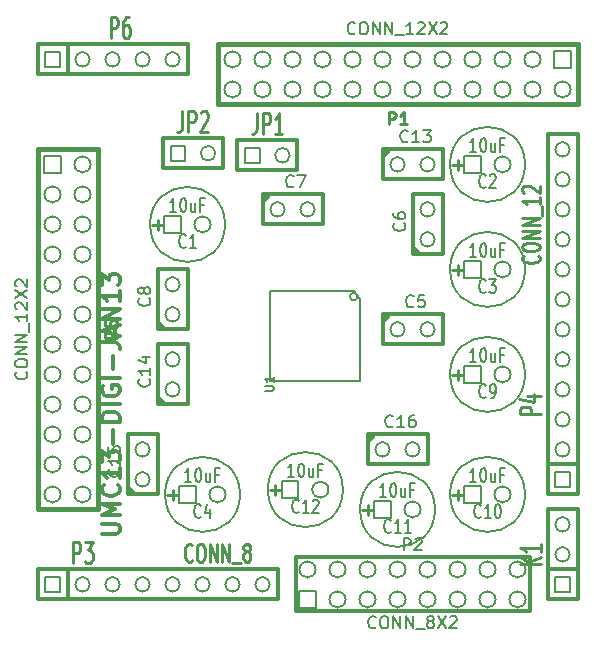
<source format=gto>
G04 (created by PCBNEW (2013-03-31 BZR 4008)-stable) date 6/6/2013 1:10:11 PM*
%MOIN*%
G04 Gerber Fmt 3.4, Leading zero omitted, Abs format*
%FSLAX34Y34*%
G01*
G70*
G90*
G04 APERTURE LIST*
%ADD10C,0.006*%
%ADD11C,0.011811*%
%ADD12C,0.012*%
%ADD13C,0.015*%
%ADD14C,0.005*%
%ADD15C,0.0107*%
%ADD16C,0.01*%
%ADD17C,0.0106*%
%ADD18C,0.008*%
%ADD19C,0.0108*%
%ADD20C,0.01125*%
G04 APERTURE END LIST*
G54D10*
G54D11*
X17648Y-27316D02*
X18126Y-27316D01*
X18182Y-27288D01*
X18210Y-27260D01*
X18239Y-27204D01*
X18239Y-27091D01*
X18210Y-27035D01*
X18182Y-27007D01*
X18126Y-26979D01*
X17648Y-26979D01*
X18239Y-26697D02*
X17648Y-26697D01*
X18070Y-26501D01*
X17648Y-26304D01*
X18239Y-26304D01*
X18182Y-25685D02*
X18210Y-25713D01*
X18239Y-25798D01*
X18239Y-25854D01*
X18210Y-25938D01*
X18154Y-25994D01*
X18098Y-26023D01*
X17985Y-26051D01*
X17901Y-26051D01*
X17789Y-26023D01*
X17732Y-25994D01*
X17676Y-25938D01*
X17648Y-25854D01*
X17648Y-25798D01*
X17676Y-25713D01*
X17704Y-25685D01*
X18239Y-25123D02*
X18239Y-25460D01*
X18239Y-25291D02*
X17648Y-25291D01*
X17732Y-25348D01*
X17789Y-25404D01*
X17817Y-25460D01*
X17648Y-24926D02*
X17648Y-24560D01*
X17873Y-24757D01*
X17873Y-24673D01*
X17901Y-24616D01*
X17929Y-24588D01*
X17985Y-24560D01*
X18126Y-24560D01*
X18182Y-24588D01*
X18210Y-24616D01*
X18239Y-24673D01*
X18239Y-24841D01*
X18210Y-24898D01*
X18182Y-24926D01*
X18014Y-24307D02*
X18014Y-23857D01*
X18239Y-23576D02*
X17648Y-23576D01*
X17648Y-23435D01*
X17676Y-23351D01*
X17732Y-23295D01*
X17789Y-23267D01*
X17901Y-23239D01*
X17985Y-23239D01*
X18098Y-23267D01*
X18154Y-23295D01*
X18210Y-23351D01*
X18239Y-23435D01*
X18239Y-23576D01*
X18239Y-22985D02*
X17648Y-22985D01*
X17676Y-22395D02*
X17648Y-22451D01*
X17648Y-22535D01*
X17676Y-22620D01*
X17732Y-22676D01*
X17789Y-22704D01*
X17901Y-22732D01*
X17985Y-22732D01*
X18098Y-22704D01*
X18154Y-22676D01*
X18210Y-22620D01*
X18239Y-22535D01*
X18239Y-22479D01*
X18210Y-22395D01*
X18182Y-22367D01*
X17985Y-22367D01*
X17985Y-22479D01*
X18239Y-22114D02*
X17648Y-22114D01*
X18014Y-21832D02*
X18014Y-21383D01*
X17648Y-20933D02*
X18070Y-20933D01*
X18154Y-20961D01*
X18210Y-21017D01*
X18239Y-21101D01*
X18239Y-21158D01*
X18070Y-20679D02*
X18070Y-20398D01*
X18239Y-20736D02*
X17648Y-20539D01*
X18239Y-20342D01*
X18239Y-20145D02*
X17648Y-20145D01*
X18239Y-19808D01*
X17648Y-19808D01*
X18239Y-19217D02*
X18239Y-19555D01*
X18239Y-19386D02*
X17648Y-19386D01*
X17732Y-19442D01*
X17789Y-19498D01*
X17817Y-19555D01*
X17648Y-19020D02*
X17648Y-18655D01*
X17873Y-18852D01*
X17873Y-18767D01*
X17901Y-18711D01*
X17929Y-18683D01*
X17985Y-18655D01*
X18126Y-18655D01*
X18182Y-18683D01*
X18210Y-18711D01*
X18239Y-18767D01*
X18239Y-18936D01*
X18210Y-18992D01*
X18182Y-19020D01*
G54D12*
X15500Y-28500D02*
X23500Y-28500D01*
X23500Y-28500D02*
X23500Y-29500D01*
X23500Y-29500D02*
X15500Y-29500D01*
X15500Y-29500D02*
X15500Y-28500D01*
X16500Y-29500D02*
X16500Y-28500D01*
X15500Y-12000D02*
X15500Y-11000D01*
X15500Y-11000D02*
X20500Y-11000D01*
X20500Y-11000D02*
X20500Y-12000D01*
X20500Y-12000D02*
X15500Y-12000D01*
X16500Y-12000D02*
X16500Y-11000D01*
X33500Y-29500D02*
X32500Y-29500D01*
X32500Y-29500D02*
X32500Y-26500D01*
X32500Y-26500D02*
X33500Y-26500D01*
X33500Y-26500D02*
X33500Y-29500D01*
X32500Y-28500D02*
X33500Y-28500D01*
X22165Y-15196D02*
X22165Y-14196D01*
X22165Y-14196D02*
X24165Y-14196D01*
X24165Y-14196D02*
X24165Y-15196D01*
X24165Y-15196D02*
X22165Y-15196D01*
X19685Y-15129D02*
X19685Y-14129D01*
X19685Y-14129D02*
X21685Y-14129D01*
X21685Y-14129D02*
X21685Y-15129D01*
X21685Y-15129D02*
X19685Y-15129D01*
X33500Y-26000D02*
X33500Y-26000D01*
X33500Y-26000D02*
X32500Y-26000D01*
X32500Y-26000D02*
X32500Y-16000D01*
X33500Y-16000D02*
X33500Y-26000D01*
X33500Y-25000D02*
X32500Y-25000D01*
X32500Y-16000D02*
X32500Y-14250D01*
X32500Y-14250D02*
X32500Y-14000D01*
X32500Y-14000D02*
X33500Y-14000D01*
X33500Y-14000D02*
X33500Y-16000D01*
X24100Y-29900D02*
X24100Y-28100D01*
X24100Y-28100D02*
X31900Y-28100D01*
X31900Y-28100D02*
X31900Y-29900D01*
X31900Y-29900D02*
X24100Y-29900D01*
G54D13*
X33500Y-13000D02*
X33500Y-11000D01*
X33500Y-11000D02*
X21500Y-11000D01*
X21500Y-11000D02*
X21500Y-13000D01*
X21500Y-13000D02*
X33500Y-13000D01*
X17500Y-14500D02*
X15500Y-14500D01*
X15500Y-14500D02*
X15500Y-26500D01*
X15500Y-26500D02*
X17500Y-26500D01*
X17500Y-26500D02*
X17500Y-14500D01*
G54D14*
X31750Y-26000D02*
G75*
G03X31750Y-26000I-1250J0D01*
G74*
G01*
X21750Y-17000D02*
G75*
G03X21750Y-17000I-1250J0D01*
G74*
G01*
X28750Y-26500D02*
G75*
G03X28750Y-26500I-1250J0D01*
G74*
G01*
X31750Y-15000D02*
G75*
G03X31750Y-15000I-1250J0D01*
G74*
G01*
X25679Y-25838D02*
G75*
G03X25679Y-25838I-1250J0D01*
G74*
G01*
X22250Y-26000D02*
G75*
G03X22250Y-26000I-1250J0D01*
G74*
G01*
X31750Y-22000D02*
G75*
G03X31750Y-22000I-1250J0D01*
G74*
G01*
X31750Y-18500D02*
G75*
G03X31750Y-18500I-1250J0D01*
G74*
G01*
G54D12*
X23020Y-16000D02*
X25000Y-16000D01*
X25000Y-16000D02*
X25000Y-17000D01*
X25000Y-17000D02*
X23000Y-17000D01*
X23000Y-17000D02*
X23000Y-16000D01*
X23000Y-16250D02*
X23250Y-16000D01*
X27020Y-14500D02*
X29000Y-14500D01*
X29000Y-14500D02*
X29000Y-15500D01*
X29000Y-15500D02*
X27000Y-15500D01*
X27000Y-15500D02*
X27000Y-14500D01*
X27000Y-14750D02*
X27250Y-14500D01*
X19500Y-22980D02*
X19500Y-21000D01*
X19500Y-21000D02*
X20500Y-21000D01*
X20500Y-21000D02*
X20500Y-23000D01*
X20500Y-23000D02*
X19500Y-23000D01*
X19750Y-23000D02*
X19500Y-22750D01*
X28000Y-17980D02*
X28000Y-16000D01*
X28000Y-16000D02*
X29000Y-16000D01*
X29000Y-16000D02*
X29000Y-18000D01*
X29000Y-18000D02*
X28000Y-18000D01*
X28250Y-18000D02*
X28000Y-17750D01*
X27020Y-20000D02*
X29000Y-20000D01*
X29000Y-20000D02*
X29000Y-21000D01*
X29000Y-21000D02*
X27000Y-21000D01*
X27000Y-21000D02*
X27000Y-20000D01*
X27000Y-20250D02*
X27250Y-20000D01*
X18500Y-25980D02*
X18500Y-24000D01*
X18500Y-24000D02*
X19500Y-24000D01*
X19500Y-24000D02*
X19500Y-26000D01*
X19500Y-26000D02*
X18500Y-26000D01*
X18750Y-26000D02*
X18500Y-25750D01*
X19500Y-20480D02*
X19500Y-18500D01*
X19500Y-18500D02*
X20500Y-18500D01*
X20500Y-18500D02*
X20500Y-20500D01*
X20500Y-20500D02*
X19500Y-20500D01*
X19750Y-20500D02*
X19500Y-20250D01*
X26520Y-24000D02*
X28500Y-24000D01*
X28500Y-24000D02*
X28500Y-25000D01*
X28500Y-25000D02*
X26500Y-25000D01*
X26500Y-25000D02*
X26500Y-24000D01*
X26500Y-24250D02*
X26750Y-24000D01*
G54D14*
X26251Y-19570D02*
X26251Y-19470D01*
X26251Y-19470D02*
X26051Y-19220D01*
X26051Y-19220D02*
X25901Y-19220D01*
X26251Y-19570D02*
X26251Y-22220D01*
X26251Y-22220D02*
X23251Y-22220D01*
X23251Y-22220D02*
X23251Y-19220D01*
X23251Y-19220D02*
X25901Y-19220D01*
X26160Y-19409D02*
G75*
G03X26160Y-19409I-125J0D01*
G74*
G01*
G54D10*
X15755Y-28755D02*
X15755Y-29245D01*
X16245Y-29245D01*
X16245Y-28755D01*
X15755Y-28755D01*
X17245Y-29000D02*
G75*
G03X17245Y-29000I-245J0D01*
G74*
G01*
X18245Y-29000D02*
G75*
G03X18245Y-29000I-245J0D01*
G74*
G01*
X19245Y-29000D02*
G75*
G03X19245Y-29000I-245J0D01*
G74*
G01*
X20245Y-29000D02*
G75*
G03X20245Y-29000I-245J0D01*
G74*
G01*
X21245Y-29000D02*
G75*
G03X21245Y-29000I-245J0D01*
G74*
G01*
X22245Y-29000D02*
G75*
G03X22245Y-29000I-245J0D01*
G74*
G01*
X23245Y-29000D02*
G75*
G03X23245Y-29000I-245J0D01*
G74*
G01*
X15755Y-11255D02*
X15755Y-11745D01*
X16245Y-11745D01*
X16245Y-11255D01*
X15755Y-11255D01*
X17245Y-11500D02*
G75*
G03X17245Y-11500I-245J0D01*
G74*
G01*
X18245Y-11500D02*
G75*
G03X18245Y-11500I-245J0D01*
G74*
G01*
X19245Y-11500D02*
G75*
G03X19245Y-11500I-245J0D01*
G74*
G01*
X20245Y-11500D02*
G75*
G03X20245Y-11500I-245J0D01*
G74*
G01*
X32755Y-28755D02*
X32755Y-29245D01*
X33245Y-29245D01*
X33245Y-28755D01*
X32755Y-28755D01*
X33245Y-28000D02*
G75*
G03X33245Y-28000I-245J0D01*
G74*
G01*
X33245Y-27000D02*
G75*
G03X33245Y-27000I-245J0D01*
G74*
G01*
X22420Y-14451D02*
X22420Y-14941D01*
X22910Y-14941D01*
X22910Y-14451D01*
X22420Y-14451D01*
X23910Y-14696D02*
G75*
G03X23910Y-14696I-245J0D01*
G74*
G01*
X19940Y-14384D02*
X19940Y-14874D01*
X20430Y-14874D01*
X20430Y-14384D01*
X19940Y-14384D01*
X21430Y-14629D02*
G75*
G03X21430Y-14629I-245J0D01*
G74*
G01*
X32755Y-25255D02*
X32755Y-25745D01*
X33245Y-25745D01*
X33245Y-25255D01*
X32755Y-25255D01*
X33245Y-24500D02*
G75*
G03X33245Y-24500I-245J0D01*
G74*
G01*
X33245Y-23500D02*
G75*
G03X33245Y-23500I-245J0D01*
G74*
G01*
X33245Y-22500D02*
G75*
G03X33245Y-22500I-245J0D01*
G74*
G01*
X33245Y-21500D02*
G75*
G03X33245Y-21500I-245J0D01*
G74*
G01*
X33245Y-20500D02*
G75*
G03X33245Y-20500I-245J0D01*
G74*
G01*
X33245Y-19500D02*
G75*
G03X33245Y-19500I-245J0D01*
G74*
G01*
X33245Y-18500D02*
G75*
G03X33245Y-18500I-245J0D01*
G74*
G01*
X33245Y-17500D02*
G75*
G03X33245Y-17500I-245J0D01*
G74*
G01*
X33245Y-16500D02*
G75*
G03X33245Y-16500I-245J0D01*
G74*
G01*
X33245Y-15500D02*
G75*
G03X33245Y-15500I-245J0D01*
G74*
G01*
X33245Y-14500D02*
G75*
G03X33245Y-14500I-245J0D01*
G74*
G01*
X24230Y-29230D02*
X24230Y-29770D01*
X24770Y-29770D01*
X24770Y-29230D01*
X24230Y-29230D01*
X24770Y-28500D02*
G75*
G03X24770Y-28500I-270J0D01*
G74*
G01*
X25770Y-29500D02*
G75*
G03X25770Y-29500I-270J0D01*
G74*
G01*
X25770Y-28500D02*
G75*
G03X25770Y-28500I-270J0D01*
G74*
G01*
X26770Y-29500D02*
G75*
G03X26770Y-29500I-270J0D01*
G74*
G01*
X26770Y-28500D02*
G75*
G03X26770Y-28500I-270J0D01*
G74*
G01*
X27770Y-29500D02*
G75*
G03X27770Y-29500I-270J0D01*
G74*
G01*
X27770Y-28500D02*
G75*
G03X27770Y-28500I-270J0D01*
G74*
G01*
X28770Y-29500D02*
G75*
G03X28770Y-29500I-270J0D01*
G74*
G01*
X28770Y-28500D02*
G75*
G03X28770Y-28500I-270J0D01*
G74*
G01*
X29770Y-29500D02*
G75*
G03X29770Y-29500I-270J0D01*
G74*
G01*
X29770Y-28500D02*
G75*
G03X29770Y-28500I-270J0D01*
G74*
G01*
X30770Y-29500D02*
G75*
G03X30770Y-29500I-270J0D01*
G74*
G01*
X30770Y-28500D02*
G75*
G03X30770Y-28500I-270J0D01*
G74*
G01*
X31770Y-29500D02*
G75*
G03X31770Y-29500I-270J0D01*
G74*
G01*
X31770Y-28500D02*
G75*
G03X31770Y-28500I-270J0D01*
G74*
G01*
X32730Y-11230D02*
X32730Y-11770D01*
X33270Y-11770D01*
X33270Y-11230D01*
X32730Y-11230D01*
X33270Y-12500D02*
G75*
G03X33270Y-12500I-270J0D01*
G74*
G01*
X32270Y-11500D02*
G75*
G03X32270Y-11500I-270J0D01*
G74*
G01*
X32270Y-12500D02*
G75*
G03X32270Y-12500I-270J0D01*
G74*
G01*
X31270Y-11500D02*
G75*
G03X31270Y-11500I-270J0D01*
G74*
G01*
X31270Y-12500D02*
G75*
G03X31270Y-12500I-270J0D01*
G74*
G01*
X30270Y-11500D02*
G75*
G03X30270Y-11500I-270J0D01*
G74*
G01*
X30270Y-12500D02*
G75*
G03X30270Y-12500I-270J0D01*
G74*
G01*
X29270Y-11500D02*
G75*
G03X29270Y-11500I-270J0D01*
G74*
G01*
X29270Y-12500D02*
G75*
G03X29270Y-12500I-270J0D01*
G74*
G01*
X28270Y-11500D02*
G75*
G03X28270Y-11500I-270J0D01*
G74*
G01*
X28270Y-12500D02*
G75*
G03X28270Y-12500I-270J0D01*
G74*
G01*
X27270Y-11500D02*
G75*
G03X27270Y-11500I-270J0D01*
G74*
G01*
X27270Y-12500D02*
G75*
G03X27270Y-12500I-270J0D01*
G74*
G01*
X26270Y-11500D02*
G75*
G03X26270Y-11500I-270J0D01*
G74*
G01*
X26270Y-12500D02*
G75*
G03X26270Y-12500I-270J0D01*
G74*
G01*
X25270Y-11500D02*
G75*
G03X25270Y-11500I-270J0D01*
G74*
G01*
X25270Y-12500D02*
G75*
G03X25270Y-12500I-270J0D01*
G74*
G01*
X24270Y-11500D02*
G75*
G03X24270Y-11500I-270J0D01*
G74*
G01*
X24270Y-12500D02*
G75*
G03X24270Y-12500I-270J0D01*
G74*
G01*
X23270Y-11500D02*
G75*
G03X23270Y-11500I-270J0D01*
G74*
G01*
X23270Y-12500D02*
G75*
G03X23270Y-12500I-270J0D01*
G74*
G01*
X22270Y-11500D02*
G75*
G03X22270Y-11500I-270J0D01*
G74*
G01*
X22270Y-12500D02*
G75*
G03X22270Y-12500I-270J0D01*
G74*
G01*
X15730Y-14730D02*
X15730Y-15270D01*
X16270Y-15270D01*
X16270Y-14730D01*
X15730Y-14730D01*
X17270Y-15000D02*
G75*
G03X17270Y-15000I-270J0D01*
G74*
G01*
X16270Y-16000D02*
G75*
G03X16270Y-16000I-270J0D01*
G74*
G01*
X17270Y-16000D02*
G75*
G03X17270Y-16000I-270J0D01*
G74*
G01*
X16270Y-17000D02*
G75*
G03X16270Y-17000I-270J0D01*
G74*
G01*
X17270Y-17000D02*
G75*
G03X17270Y-17000I-270J0D01*
G74*
G01*
X16270Y-18000D02*
G75*
G03X16270Y-18000I-270J0D01*
G74*
G01*
X17270Y-18000D02*
G75*
G03X17270Y-18000I-270J0D01*
G74*
G01*
X16270Y-19000D02*
G75*
G03X16270Y-19000I-270J0D01*
G74*
G01*
X17270Y-19000D02*
G75*
G03X17270Y-19000I-270J0D01*
G74*
G01*
X16270Y-20000D02*
G75*
G03X16270Y-20000I-270J0D01*
G74*
G01*
X17270Y-20000D02*
G75*
G03X17270Y-20000I-270J0D01*
G74*
G01*
X16270Y-21000D02*
G75*
G03X16270Y-21000I-270J0D01*
G74*
G01*
X17270Y-21000D02*
G75*
G03X17270Y-21000I-270J0D01*
G74*
G01*
X16270Y-22000D02*
G75*
G03X16270Y-22000I-270J0D01*
G74*
G01*
X17270Y-22000D02*
G75*
G03X17270Y-22000I-270J0D01*
G74*
G01*
X16270Y-23000D02*
G75*
G03X16270Y-23000I-270J0D01*
G74*
G01*
X17270Y-23000D02*
G75*
G03X17270Y-23000I-270J0D01*
G74*
G01*
X16270Y-24000D02*
G75*
G03X16270Y-24000I-270J0D01*
G74*
G01*
X17270Y-24000D02*
G75*
G03X17270Y-24000I-270J0D01*
G74*
G01*
X16270Y-25000D02*
G75*
G03X16270Y-25000I-270J0D01*
G74*
G01*
X17270Y-25000D02*
G75*
G03X17270Y-25000I-270J0D01*
G74*
G01*
X16270Y-26000D02*
G75*
G03X16270Y-26000I-270J0D01*
G74*
G01*
X17270Y-26000D02*
G75*
G03X17270Y-26000I-270J0D01*
G74*
G01*
X29730Y-25730D02*
X29730Y-26270D01*
X30270Y-26270D01*
X30270Y-25730D01*
X29730Y-25730D01*
X31270Y-26000D02*
G75*
G03X31270Y-26000I-270J0D01*
G74*
G01*
X19730Y-16730D02*
X19730Y-17270D01*
X20270Y-17270D01*
X20270Y-16730D01*
X19730Y-16730D01*
X21270Y-17000D02*
G75*
G03X21270Y-17000I-270J0D01*
G74*
G01*
X26730Y-26230D02*
X26730Y-26770D01*
X27270Y-26770D01*
X27270Y-26230D01*
X26730Y-26230D01*
X28270Y-26500D02*
G75*
G03X28270Y-26500I-270J0D01*
G74*
G01*
X29730Y-14730D02*
X29730Y-15270D01*
X30270Y-15270D01*
X30270Y-14730D01*
X29730Y-14730D01*
X31270Y-15000D02*
G75*
G03X31270Y-15000I-270J0D01*
G74*
G01*
X23659Y-25568D02*
X23659Y-26108D01*
X24199Y-26108D01*
X24199Y-25568D01*
X23659Y-25568D01*
X25199Y-25838D02*
G75*
G03X25199Y-25838I-270J0D01*
G74*
G01*
X20230Y-25730D02*
X20230Y-26270D01*
X20770Y-26270D01*
X20770Y-25730D01*
X20230Y-25730D01*
X21770Y-26000D02*
G75*
G03X21770Y-26000I-270J0D01*
G74*
G01*
X29730Y-21730D02*
X29730Y-22270D01*
X30270Y-22270D01*
X30270Y-21730D01*
X29730Y-21730D01*
X31270Y-22000D02*
G75*
G03X31270Y-22000I-270J0D01*
G74*
G01*
X29730Y-18230D02*
X29730Y-18770D01*
X30270Y-18770D01*
X30270Y-18230D01*
X29730Y-18230D01*
X31270Y-18500D02*
G75*
G03X31270Y-18500I-270J0D01*
G74*
G01*
X23745Y-16500D02*
G75*
G03X23745Y-16500I-245J0D01*
G74*
G01*
X24745Y-16500D02*
G75*
G03X24745Y-16500I-245J0D01*
G74*
G01*
X27745Y-15000D02*
G75*
G03X27745Y-15000I-245J0D01*
G74*
G01*
X28745Y-15000D02*
G75*
G03X28745Y-15000I-245J0D01*
G74*
G01*
X20245Y-22500D02*
G75*
G03X20245Y-22500I-245J0D01*
G74*
G01*
X20245Y-21500D02*
G75*
G03X20245Y-21500I-245J0D01*
G74*
G01*
X28745Y-17500D02*
G75*
G03X28745Y-17500I-245J0D01*
G74*
G01*
X28745Y-16500D02*
G75*
G03X28745Y-16500I-245J0D01*
G74*
G01*
X27745Y-20500D02*
G75*
G03X27745Y-20500I-245J0D01*
G74*
G01*
X28745Y-20500D02*
G75*
G03X28745Y-20500I-245J0D01*
G74*
G01*
X19245Y-25500D02*
G75*
G03X19245Y-25500I-245J0D01*
G74*
G01*
X19245Y-24500D02*
G75*
G03X19245Y-24500I-245J0D01*
G74*
G01*
X20245Y-20000D02*
G75*
G03X20245Y-20000I-245J0D01*
G74*
G01*
X20245Y-19000D02*
G75*
G03X20245Y-19000I-245J0D01*
G74*
G01*
X27245Y-24500D02*
G75*
G03X27245Y-24500I-245J0D01*
G74*
G01*
X28245Y-24500D02*
G75*
G03X28245Y-24500I-245J0D01*
G74*
G01*
G54D15*
X16684Y-28275D02*
X16684Y-27594D01*
X16847Y-27594D01*
X16887Y-27627D01*
X16908Y-27659D01*
X16928Y-27724D01*
X16928Y-27821D01*
X16908Y-27886D01*
X16887Y-27918D01*
X16847Y-27951D01*
X16684Y-27951D01*
X17071Y-27594D02*
X17336Y-27594D01*
X17193Y-27854D01*
X17254Y-27854D01*
X17295Y-27886D01*
X17315Y-27918D01*
X17336Y-27983D01*
X17336Y-28145D01*
X17315Y-28210D01*
X17295Y-28243D01*
X17254Y-28275D01*
X17132Y-28275D01*
X17091Y-28243D01*
X17071Y-28210D01*
G54D12*
G54D16*
X20652Y-28185D02*
X20633Y-28214D01*
X20576Y-28242D01*
X20538Y-28242D01*
X20480Y-28214D01*
X20442Y-28157D01*
X20423Y-28100D01*
X20404Y-27985D01*
X20404Y-27900D01*
X20423Y-27785D01*
X20442Y-27728D01*
X20480Y-27671D01*
X20538Y-27642D01*
X20576Y-27642D01*
X20633Y-27671D01*
X20652Y-27700D01*
X20900Y-27642D02*
X20976Y-27642D01*
X21014Y-27671D01*
X21052Y-27728D01*
X21071Y-27842D01*
X21071Y-28042D01*
X21052Y-28157D01*
X21014Y-28214D01*
X20976Y-28242D01*
X20900Y-28242D01*
X20861Y-28214D01*
X20823Y-28157D01*
X20804Y-28042D01*
X20804Y-27842D01*
X20823Y-27728D01*
X20861Y-27671D01*
X20900Y-27642D01*
X21242Y-28242D02*
X21242Y-27642D01*
X21471Y-28242D01*
X21471Y-27642D01*
X21661Y-28242D02*
X21661Y-27642D01*
X21890Y-28242D01*
X21890Y-27642D01*
X21985Y-28300D02*
X22290Y-28300D01*
X22442Y-27900D02*
X22404Y-27871D01*
X22385Y-27842D01*
X22366Y-27785D01*
X22366Y-27757D01*
X22385Y-27700D01*
X22404Y-27671D01*
X22442Y-27642D01*
X22519Y-27642D01*
X22557Y-27671D01*
X22576Y-27700D01*
X22595Y-27757D01*
X22595Y-27785D01*
X22576Y-27842D01*
X22557Y-27871D01*
X22519Y-27900D01*
X22442Y-27900D01*
X22404Y-27928D01*
X22385Y-27957D01*
X22366Y-28014D01*
X22366Y-28128D01*
X22385Y-28185D01*
X22404Y-28214D01*
X22442Y-28242D01*
X22519Y-28242D01*
X22557Y-28214D01*
X22576Y-28185D01*
X22595Y-28128D01*
X22595Y-28014D01*
X22576Y-27957D01*
X22557Y-27928D01*
X22519Y-27900D01*
G54D12*
G54D15*
X17934Y-10775D02*
X17934Y-10094D01*
X18097Y-10094D01*
X18137Y-10127D01*
X18158Y-10159D01*
X18178Y-10224D01*
X18178Y-10321D01*
X18158Y-10386D01*
X18137Y-10418D01*
X18097Y-10451D01*
X17934Y-10451D01*
X18545Y-10094D02*
X18464Y-10094D01*
X18423Y-10127D01*
X18402Y-10159D01*
X18362Y-10256D01*
X18341Y-10386D01*
X18341Y-10645D01*
X18362Y-10710D01*
X18382Y-10743D01*
X18423Y-10775D01*
X18504Y-10775D01*
X18545Y-10743D01*
X18565Y-10710D01*
X18586Y-10645D01*
X18586Y-10483D01*
X18565Y-10418D01*
X18545Y-10386D01*
X18504Y-10354D01*
X18423Y-10354D01*
X18382Y-10386D01*
X18362Y-10418D01*
X18341Y-10483D01*
G54D12*
G54D17*
X32285Y-28312D02*
X31580Y-28312D01*
X32285Y-28070D02*
X31882Y-28252D01*
X31580Y-28070D02*
X31983Y-28312D01*
X32285Y-27666D02*
X32285Y-27909D01*
X32285Y-27788D02*
X31580Y-27788D01*
X31681Y-27828D01*
X31748Y-27868D01*
X31781Y-27909D01*
G54D12*
G54D15*
X22808Y-13291D02*
X22808Y-13777D01*
X22788Y-13875D01*
X22747Y-13940D01*
X22686Y-13972D01*
X22645Y-13972D01*
X23012Y-13972D02*
X23012Y-13291D01*
X23175Y-13291D01*
X23216Y-13323D01*
X23236Y-13356D01*
X23257Y-13421D01*
X23257Y-13518D01*
X23236Y-13583D01*
X23216Y-13615D01*
X23175Y-13648D01*
X23012Y-13648D01*
X23664Y-13972D02*
X23420Y-13972D01*
X23542Y-13972D02*
X23542Y-13291D01*
X23501Y-13388D01*
X23460Y-13453D01*
X23420Y-13486D01*
G54D12*
G54D15*
X20328Y-13224D02*
X20328Y-13710D01*
X20307Y-13808D01*
X20267Y-13873D01*
X20206Y-13905D01*
X20165Y-13905D01*
X20532Y-13905D02*
X20532Y-13224D01*
X20695Y-13224D01*
X20735Y-13256D01*
X20756Y-13289D01*
X20776Y-13354D01*
X20776Y-13451D01*
X20756Y-13516D01*
X20735Y-13548D01*
X20695Y-13581D01*
X20532Y-13581D01*
X20939Y-13289D02*
X20960Y-13256D01*
X21000Y-13224D01*
X21102Y-13224D01*
X21143Y-13256D01*
X21163Y-13289D01*
X21184Y-13354D01*
X21184Y-13419D01*
X21163Y-13516D01*
X20919Y-13905D01*
X21184Y-13905D01*
G54D12*
G54D15*
X32275Y-23315D02*
X31594Y-23315D01*
X31594Y-23152D01*
X31627Y-23112D01*
X31659Y-23091D01*
X31724Y-23071D01*
X31821Y-23071D01*
X31886Y-23091D01*
X31918Y-23112D01*
X31951Y-23152D01*
X31951Y-23315D01*
X31821Y-22704D02*
X32275Y-22704D01*
X31562Y-22806D02*
X32048Y-22908D01*
X32048Y-22643D01*
G54D12*
G54D16*
X32185Y-18038D02*
X32214Y-18057D01*
X32242Y-18114D01*
X32242Y-18152D01*
X32214Y-18209D01*
X32157Y-18247D01*
X32100Y-18266D01*
X31985Y-18285D01*
X31900Y-18285D01*
X31785Y-18266D01*
X31728Y-18247D01*
X31671Y-18209D01*
X31642Y-18152D01*
X31642Y-18114D01*
X31671Y-18057D01*
X31700Y-18038D01*
X31642Y-17790D02*
X31642Y-17714D01*
X31671Y-17676D01*
X31728Y-17638D01*
X31842Y-17619D01*
X32042Y-17619D01*
X32157Y-17638D01*
X32214Y-17676D01*
X32242Y-17714D01*
X32242Y-17790D01*
X32214Y-17828D01*
X32157Y-17866D01*
X32042Y-17885D01*
X31842Y-17885D01*
X31728Y-17866D01*
X31671Y-17828D01*
X31642Y-17790D01*
X32242Y-17447D02*
X31642Y-17447D01*
X32242Y-17219D01*
X31642Y-17219D01*
X32242Y-17028D02*
X31642Y-17028D01*
X32242Y-16800D01*
X31642Y-16800D01*
X32300Y-16704D02*
X32300Y-16400D01*
X32242Y-16095D02*
X32242Y-16323D01*
X32242Y-16209D02*
X31642Y-16209D01*
X31728Y-16247D01*
X31785Y-16285D01*
X31814Y-16323D01*
X31700Y-15942D02*
X31671Y-15923D01*
X31642Y-15885D01*
X31642Y-15790D01*
X31671Y-15752D01*
X31700Y-15733D01*
X31757Y-15714D01*
X31814Y-15714D01*
X31900Y-15733D01*
X32242Y-15961D01*
X32242Y-15714D01*
G54D12*
G54D18*
X27704Y-27861D02*
X27704Y-27461D01*
X27857Y-27461D01*
X27895Y-27480D01*
X27914Y-27500D01*
X27933Y-27538D01*
X27933Y-27595D01*
X27914Y-27633D01*
X27895Y-27652D01*
X27857Y-27671D01*
X27704Y-27671D01*
X28085Y-27500D02*
X28104Y-27480D01*
X28142Y-27461D01*
X28238Y-27461D01*
X28276Y-27480D01*
X28295Y-27500D01*
X28314Y-27538D01*
X28314Y-27576D01*
X28295Y-27633D01*
X28066Y-27861D01*
X28314Y-27861D01*
X26771Y-30423D02*
X26752Y-30442D01*
X26695Y-30461D01*
X26657Y-30461D01*
X26600Y-30442D01*
X26561Y-30404D01*
X26542Y-30366D01*
X26523Y-30290D01*
X26523Y-30233D01*
X26542Y-30157D01*
X26561Y-30119D01*
X26600Y-30080D01*
X26657Y-30061D01*
X26695Y-30061D01*
X26752Y-30080D01*
X26771Y-30100D01*
X27019Y-30061D02*
X27095Y-30061D01*
X27133Y-30080D01*
X27171Y-30119D01*
X27190Y-30195D01*
X27190Y-30328D01*
X27171Y-30404D01*
X27133Y-30442D01*
X27095Y-30461D01*
X27019Y-30461D01*
X26980Y-30442D01*
X26942Y-30404D01*
X26923Y-30328D01*
X26923Y-30195D01*
X26942Y-30119D01*
X26980Y-30080D01*
X27019Y-30061D01*
X27361Y-30461D02*
X27361Y-30061D01*
X27590Y-30461D01*
X27590Y-30061D01*
X27780Y-30461D02*
X27780Y-30061D01*
X28009Y-30461D01*
X28009Y-30061D01*
X28104Y-30500D02*
X28409Y-30500D01*
X28561Y-30233D02*
X28523Y-30214D01*
X28504Y-30195D01*
X28485Y-30157D01*
X28485Y-30138D01*
X28504Y-30100D01*
X28523Y-30080D01*
X28561Y-30061D01*
X28638Y-30061D01*
X28676Y-30080D01*
X28695Y-30100D01*
X28714Y-30138D01*
X28714Y-30157D01*
X28695Y-30195D01*
X28676Y-30214D01*
X28638Y-30233D01*
X28561Y-30233D01*
X28523Y-30252D01*
X28504Y-30271D01*
X28485Y-30309D01*
X28485Y-30385D01*
X28504Y-30423D01*
X28523Y-30442D01*
X28561Y-30461D01*
X28638Y-30461D01*
X28676Y-30442D01*
X28695Y-30423D01*
X28714Y-30385D01*
X28714Y-30309D01*
X28695Y-30271D01*
X28676Y-30252D01*
X28638Y-30233D01*
X28847Y-30061D02*
X29114Y-30461D01*
X29114Y-30061D02*
X28847Y-30461D01*
X29247Y-30100D02*
X29266Y-30080D01*
X29304Y-30061D01*
X29400Y-30061D01*
X29438Y-30080D01*
X29457Y-30100D01*
X29476Y-30138D01*
X29476Y-30176D01*
X29457Y-30233D01*
X29228Y-30461D01*
X29476Y-30461D01*
G54D16*
X27204Y-13661D02*
X27204Y-13261D01*
X27357Y-13261D01*
X27395Y-13280D01*
X27414Y-13300D01*
X27433Y-13338D01*
X27433Y-13395D01*
X27414Y-13433D01*
X27395Y-13452D01*
X27357Y-13471D01*
X27204Y-13471D01*
X27814Y-13661D02*
X27585Y-13661D01*
X27700Y-13661D02*
X27700Y-13261D01*
X27661Y-13319D01*
X27623Y-13357D01*
X27585Y-13376D01*
G54D19*
G54D18*
X26080Y-10623D02*
X26061Y-10642D01*
X26004Y-10661D01*
X25966Y-10661D01*
X25909Y-10642D01*
X25871Y-10604D01*
X25852Y-10566D01*
X25833Y-10490D01*
X25833Y-10433D01*
X25852Y-10357D01*
X25871Y-10319D01*
X25909Y-10280D01*
X25966Y-10261D01*
X26004Y-10261D01*
X26061Y-10280D01*
X26080Y-10300D01*
X26328Y-10261D02*
X26404Y-10261D01*
X26442Y-10280D01*
X26480Y-10319D01*
X26500Y-10395D01*
X26500Y-10528D01*
X26480Y-10604D01*
X26442Y-10642D01*
X26404Y-10661D01*
X26328Y-10661D01*
X26290Y-10642D01*
X26252Y-10604D01*
X26233Y-10528D01*
X26233Y-10395D01*
X26252Y-10319D01*
X26290Y-10280D01*
X26328Y-10261D01*
X26671Y-10661D02*
X26671Y-10261D01*
X26900Y-10661D01*
X26900Y-10261D01*
X27090Y-10661D02*
X27090Y-10261D01*
X27319Y-10661D01*
X27319Y-10261D01*
X27414Y-10700D02*
X27719Y-10700D01*
X28023Y-10661D02*
X27795Y-10661D01*
X27909Y-10661D02*
X27909Y-10261D01*
X27871Y-10319D01*
X27833Y-10357D01*
X27795Y-10376D01*
X28176Y-10300D02*
X28195Y-10280D01*
X28233Y-10261D01*
X28328Y-10261D01*
X28366Y-10280D01*
X28385Y-10300D01*
X28404Y-10338D01*
X28404Y-10376D01*
X28385Y-10433D01*
X28157Y-10661D01*
X28404Y-10661D01*
X28538Y-10261D02*
X28804Y-10661D01*
X28804Y-10261D02*
X28538Y-10661D01*
X28938Y-10300D02*
X28957Y-10280D01*
X28995Y-10261D01*
X29090Y-10261D01*
X29128Y-10280D01*
X29147Y-10300D01*
X29166Y-10338D01*
X29166Y-10376D01*
X29147Y-10433D01*
X28919Y-10661D01*
X29166Y-10661D01*
G54D16*
X18161Y-20795D02*
X17761Y-20795D01*
X17761Y-20642D01*
X17780Y-20604D01*
X17800Y-20585D01*
X17838Y-20566D01*
X17895Y-20566D01*
X17933Y-20585D01*
X17952Y-20604D01*
X17971Y-20642D01*
X17971Y-20795D01*
X17761Y-20204D02*
X17761Y-20395D01*
X17952Y-20414D01*
X17933Y-20395D01*
X17914Y-20357D01*
X17914Y-20261D01*
X17933Y-20223D01*
X17952Y-20204D01*
X17990Y-20185D01*
X18085Y-20185D01*
X18123Y-20204D01*
X18142Y-20223D01*
X18161Y-20261D01*
X18161Y-20357D01*
X18142Y-20395D01*
X18123Y-20414D01*
G54D19*
G54D18*
X15123Y-21919D02*
X15142Y-21938D01*
X15161Y-21995D01*
X15161Y-22033D01*
X15142Y-22090D01*
X15104Y-22128D01*
X15066Y-22147D01*
X14990Y-22166D01*
X14933Y-22166D01*
X14857Y-22147D01*
X14819Y-22128D01*
X14780Y-22090D01*
X14761Y-22033D01*
X14761Y-21995D01*
X14780Y-21938D01*
X14800Y-21919D01*
X14761Y-21671D02*
X14761Y-21595D01*
X14780Y-21557D01*
X14819Y-21519D01*
X14895Y-21500D01*
X15028Y-21500D01*
X15104Y-21519D01*
X15142Y-21557D01*
X15161Y-21595D01*
X15161Y-21671D01*
X15142Y-21709D01*
X15104Y-21747D01*
X15028Y-21766D01*
X14895Y-21766D01*
X14819Y-21747D01*
X14780Y-21709D01*
X14761Y-21671D01*
X15161Y-21328D02*
X14761Y-21328D01*
X15161Y-21100D01*
X14761Y-21100D01*
X15161Y-20909D02*
X14761Y-20909D01*
X15161Y-20680D01*
X14761Y-20680D01*
X15200Y-20585D02*
X15200Y-20280D01*
X15161Y-19976D02*
X15161Y-20204D01*
X15161Y-20090D02*
X14761Y-20090D01*
X14819Y-20128D01*
X14857Y-20166D01*
X14876Y-20204D01*
X14800Y-19823D02*
X14780Y-19804D01*
X14761Y-19766D01*
X14761Y-19671D01*
X14780Y-19633D01*
X14800Y-19614D01*
X14838Y-19595D01*
X14876Y-19595D01*
X14933Y-19614D01*
X15161Y-19842D01*
X15161Y-19595D01*
X14761Y-19461D02*
X15161Y-19195D01*
X14761Y-19195D02*
X15161Y-19461D01*
X14800Y-19061D02*
X14780Y-19042D01*
X14761Y-19004D01*
X14761Y-18909D01*
X14780Y-18871D01*
X14800Y-18852D01*
X14838Y-18833D01*
X14876Y-18833D01*
X14933Y-18852D01*
X15161Y-19080D01*
X15161Y-18833D01*
X30275Y-26739D02*
X30258Y-26760D01*
X30208Y-26782D01*
X30175Y-26782D01*
X30125Y-26760D01*
X30091Y-26717D01*
X30075Y-26675D01*
X30058Y-26589D01*
X30058Y-26525D01*
X30075Y-26439D01*
X30091Y-26396D01*
X30125Y-26353D01*
X30175Y-26332D01*
X30208Y-26332D01*
X30258Y-26353D01*
X30275Y-26375D01*
X30608Y-26782D02*
X30408Y-26782D01*
X30508Y-26782D02*
X30508Y-26332D01*
X30475Y-26396D01*
X30441Y-26439D01*
X30408Y-26460D01*
X30825Y-26332D02*
X30858Y-26332D01*
X30891Y-26353D01*
X30908Y-26375D01*
X30925Y-26417D01*
X30941Y-26503D01*
X30941Y-26610D01*
X30925Y-26696D01*
X30908Y-26739D01*
X30891Y-26760D01*
X30858Y-26782D01*
X30825Y-26782D01*
X30791Y-26760D01*
X30775Y-26739D01*
X30758Y-26696D01*
X30741Y-26610D01*
X30741Y-26503D01*
X30758Y-26417D01*
X30775Y-26375D01*
X30791Y-26353D01*
X30825Y-26332D01*
X30125Y-25582D02*
X29925Y-25582D01*
X30025Y-25582D02*
X30025Y-25132D01*
X29991Y-25196D01*
X29958Y-25239D01*
X29925Y-25260D01*
X30341Y-25132D02*
X30375Y-25132D01*
X30408Y-25153D01*
X30425Y-25175D01*
X30441Y-25217D01*
X30458Y-25303D01*
X30458Y-25410D01*
X30441Y-25496D01*
X30425Y-25539D01*
X30408Y-25560D01*
X30375Y-25582D01*
X30341Y-25582D01*
X30308Y-25560D01*
X30291Y-25539D01*
X30275Y-25496D01*
X30258Y-25410D01*
X30258Y-25303D01*
X30275Y-25217D01*
X30291Y-25175D01*
X30308Y-25153D01*
X30341Y-25132D01*
X30758Y-25282D02*
X30758Y-25582D01*
X30608Y-25282D02*
X30608Y-25517D01*
X30625Y-25560D01*
X30658Y-25582D01*
X30708Y-25582D01*
X30741Y-25560D01*
X30758Y-25539D01*
X31041Y-25346D02*
X30925Y-25346D01*
X30925Y-25582D02*
X30925Y-25132D01*
X31091Y-25132D01*
G54D20*
X29328Y-26010D02*
X29671Y-26010D01*
X29500Y-26182D02*
X29500Y-25839D01*
G54D12*
G54D18*
X20441Y-17739D02*
X20425Y-17760D01*
X20375Y-17782D01*
X20341Y-17782D01*
X20291Y-17760D01*
X20258Y-17717D01*
X20241Y-17675D01*
X20225Y-17589D01*
X20225Y-17525D01*
X20241Y-17439D01*
X20258Y-17396D01*
X20291Y-17353D01*
X20341Y-17332D01*
X20375Y-17332D01*
X20425Y-17353D01*
X20441Y-17375D01*
X20775Y-17782D02*
X20575Y-17782D01*
X20675Y-17782D02*
X20675Y-17332D01*
X20641Y-17396D01*
X20608Y-17439D01*
X20575Y-17460D01*
X20125Y-16582D02*
X19925Y-16582D01*
X20025Y-16582D02*
X20025Y-16132D01*
X19991Y-16196D01*
X19958Y-16239D01*
X19925Y-16260D01*
X20341Y-16132D02*
X20375Y-16132D01*
X20408Y-16153D01*
X20425Y-16175D01*
X20441Y-16217D01*
X20458Y-16303D01*
X20458Y-16410D01*
X20441Y-16496D01*
X20425Y-16539D01*
X20408Y-16560D01*
X20375Y-16582D01*
X20341Y-16582D01*
X20308Y-16560D01*
X20291Y-16539D01*
X20275Y-16496D01*
X20258Y-16410D01*
X20258Y-16303D01*
X20275Y-16217D01*
X20291Y-16175D01*
X20308Y-16153D01*
X20341Y-16132D01*
X20758Y-16282D02*
X20758Y-16582D01*
X20608Y-16282D02*
X20608Y-16517D01*
X20625Y-16560D01*
X20658Y-16582D01*
X20708Y-16582D01*
X20741Y-16560D01*
X20758Y-16539D01*
X21041Y-16346D02*
X20925Y-16346D01*
X20925Y-16582D02*
X20925Y-16132D01*
X21091Y-16132D01*
G54D20*
X19328Y-17010D02*
X19671Y-17010D01*
X19500Y-17182D02*
X19500Y-16839D01*
G54D12*
G54D18*
X27275Y-27239D02*
X27258Y-27260D01*
X27208Y-27282D01*
X27175Y-27282D01*
X27125Y-27260D01*
X27091Y-27217D01*
X27075Y-27175D01*
X27058Y-27089D01*
X27058Y-27025D01*
X27075Y-26939D01*
X27091Y-26896D01*
X27125Y-26853D01*
X27175Y-26832D01*
X27208Y-26832D01*
X27258Y-26853D01*
X27275Y-26875D01*
X27608Y-27282D02*
X27408Y-27282D01*
X27508Y-27282D02*
X27508Y-26832D01*
X27475Y-26896D01*
X27441Y-26939D01*
X27408Y-26960D01*
X27941Y-27282D02*
X27741Y-27282D01*
X27841Y-27282D02*
X27841Y-26832D01*
X27808Y-26896D01*
X27775Y-26939D01*
X27741Y-26960D01*
X27125Y-26082D02*
X26925Y-26082D01*
X27025Y-26082D02*
X27025Y-25632D01*
X26991Y-25696D01*
X26958Y-25739D01*
X26925Y-25760D01*
X27341Y-25632D02*
X27375Y-25632D01*
X27408Y-25653D01*
X27425Y-25675D01*
X27441Y-25717D01*
X27458Y-25803D01*
X27458Y-25910D01*
X27441Y-25996D01*
X27425Y-26039D01*
X27408Y-26060D01*
X27375Y-26082D01*
X27341Y-26082D01*
X27308Y-26060D01*
X27291Y-26039D01*
X27275Y-25996D01*
X27258Y-25910D01*
X27258Y-25803D01*
X27275Y-25717D01*
X27291Y-25675D01*
X27308Y-25653D01*
X27341Y-25632D01*
X27758Y-25782D02*
X27758Y-26082D01*
X27608Y-25782D02*
X27608Y-26017D01*
X27625Y-26060D01*
X27658Y-26082D01*
X27708Y-26082D01*
X27741Y-26060D01*
X27758Y-26039D01*
X28041Y-25846D02*
X27925Y-25846D01*
X27925Y-26082D02*
X27925Y-25632D01*
X28091Y-25632D01*
G54D20*
X26328Y-26510D02*
X26671Y-26510D01*
X26500Y-26682D02*
X26500Y-26339D01*
G54D12*
G54D18*
X30441Y-15739D02*
X30425Y-15760D01*
X30375Y-15782D01*
X30341Y-15782D01*
X30291Y-15760D01*
X30258Y-15717D01*
X30241Y-15675D01*
X30225Y-15589D01*
X30225Y-15525D01*
X30241Y-15439D01*
X30258Y-15396D01*
X30291Y-15353D01*
X30341Y-15332D01*
X30375Y-15332D01*
X30425Y-15353D01*
X30441Y-15375D01*
X30575Y-15375D02*
X30591Y-15353D01*
X30625Y-15332D01*
X30708Y-15332D01*
X30741Y-15353D01*
X30758Y-15375D01*
X30775Y-15417D01*
X30775Y-15460D01*
X30758Y-15525D01*
X30558Y-15782D01*
X30775Y-15782D01*
X30125Y-14582D02*
X29925Y-14582D01*
X30025Y-14582D02*
X30025Y-14132D01*
X29991Y-14196D01*
X29958Y-14239D01*
X29925Y-14260D01*
X30341Y-14132D02*
X30375Y-14132D01*
X30408Y-14153D01*
X30425Y-14175D01*
X30441Y-14217D01*
X30458Y-14303D01*
X30458Y-14410D01*
X30441Y-14496D01*
X30425Y-14539D01*
X30408Y-14560D01*
X30375Y-14582D01*
X30341Y-14582D01*
X30308Y-14560D01*
X30291Y-14539D01*
X30275Y-14496D01*
X30258Y-14410D01*
X30258Y-14303D01*
X30275Y-14217D01*
X30291Y-14175D01*
X30308Y-14153D01*
X30341Y-14132D01*
X30758Y-14282D02*
X30758Y-14582D01*
X30608Y-14282D02*
X30608Y-14517D01*
X30625Y-14560D01*
X30658Y-14582D01*
X30708Y-14582D01*
X30741Y-14560D01*
X30758Y-14539D01*
X31041Y-14346D02*
X30925Y-14346D01*
X30925Y-14582D02*
X30925Y-14132D01*
X31091Y-14132D01*
G54D20*
X29328Y-15010D02*
X29671Y-15010D01*
X29500Y-15182D02*
X29500Y-14839D01*
G54D12*
G54D18*
X24204Y-26577D02*
X24187Y-26599D01*
X24137Y-26620D01*
X24104Y-26620D01*
X24054Y-26599D01*
X24020Y-26556D01*
X24004Y-26513D01*
X23987Y-26427D01*
X23987Y-26363D01*
X24004Y-26277D01*
X24020Y-26235D01*
X24054Y-26192D01*
X24104Y-26170D01*
X24137Y-26170D01*
X24187Y-26192D01*
X24204Y-26213D01*
X24537Y-26620D02*
X24337Y-26620D01*
X24437Y-26620D02*
X24437Y-26170D01*
X24404Y-26235D01*
X24370Y-26277D01*
X24337Y-26299D01*
X24670Y-26213D02*
X24687Y-26192D01*
X24720Y-26170D01*
X24804Y-26170D01*
X24837Y-26192D01*
X24854Y-26213D01*
X24870Y-26256D01*
X24870Y-26299D01*
X24854Y-26363D01*
X24654Y-26620D01*
X24870Y-26620D01*
X24054Y-25420D02*
X23854Y-25420D01*
X23954Y-25420D02*
X23954Y-24970D01*
X23920Y-25035D01*
X23887Y-25077D01*
X23854Y-25099D01*
X24270Y-24970D02*
X24304Y-24970D01*
X24337Y-24992D01*
X24354Y-25013D01*
X24370Y-25056D01*
X24387Y-25142D01*
X24387Y-25249D01*
X24370Y-25335D01*
X24354Y-25377D01*
X24337Y-25399D01*
X24304Y-25420D01*
X24270Y-25420D01*
X24237Y-25399D01*
X24220Y-25377D01*
X24204Y-25335D01*
X24187Y-25249D01*
X24187Y-25142D01*
X24204Y-25056D01*
X24220Y-25013D01*
X24237Y-24992D01*
X24270Y-24970D01*
X24687Y-25120D02*
X24687Y-25420D01*
X24537Y-25120D02*
X24537Y-25356D01*
X24554Y-25399D01*
X24587Y-25420D01*
X24637Y-25420D01*
X24670Y-25399D01*
X24687Y-25377D01*
X24970Y-25185D02*
X24854Y-25185D01*
X24854Y-25420D02*
X24854Y-24970D01*
X25020Y-24970D01*
G54D20*
X23257Y-25849D02*
X23600Y-25849D01*
X23429Y-26020D02*
X23429Y-25677D01*
G54D12*
G54D18*
X20941Y-26739D02*
X20925Y-26760D01*
X20875Y-26782D01*
X20841Y-26782D01*
X20791Y-26760D01*
X20758Y-26717D01*
X20741Y-26675D01*
X20725Y-26589D01*
X20725Y-26525D01*
X20741Y-26439D01*
X20758Y-26396D01*
X20791Y-26353D01*
X20841Y-26332D01*
X20875Y-26332D01*
X20925Y-26353D01*
X20941Y-26375D01*
X21241Y-26482D02*
X21241Y-26782D01*
X21158Y-26310D02*
X21075Y-26632D01*
X21291Y-26632D01*
X20625Y-25582D02*
X20425Y-25582D01*
X20525Y-25582D02*
X20525Y-25132D01*
X20491Y-25196D01*
X20458Y-25239D01*
X20425Y-25260D01*
X20841Y-25132D02*
X20875Y-25132D01*
X20908Y-25153D01*
X20925Y-25175D01*
X20941Y-25217D01*
X20958Y-25303D01*
X20958Y-25410D01*
X20941Y-25496D01*
X20925Y-25539D01*
X20908Y-25560D01*
X20875Y-25582D01*
X20841Y-25582D01*
X20808Y-25560D01*
X20791Y-25539D01*
X20775Y-25496D01*
X20758Y-25410D01*
X20758Y-25303D01*
X20775Y-25217D01*
X20791Y-25175D01*
X20808Y-25153D01*
X20841Y-25132D01*
X21258Y-25282D02*
X21258Y-25582D01*
X21108Y-25282D02*
X21108Y-25517D01*
X21125Y-25560D01*
X21158Y-25582D01*
X21208Y-25582D01*
X21241Y-25560D01*
X21258Y-25539D01*
X21541Y-25346D02*
X21425Y-25346D01*
X21425Y-25582D02*
X21425Y-25132D01*
X21591Y-25132D01*
G54D20*
X19828Y-26010D02*
X20171Y-26010D01*
X20000Y-26182D02*
X20000Y-25839D01*
G54D12*
G54D18*
X30441Y-22739D02*
X30425Y-22760D01*
X30375Y-22782D01*
X30341Y-22782D01*
X30291Y-22760D01*
X30258Y-22717D01*
X30241Y-22675D01*
X30225Y-22589D01*
X30225Y-22525D01*
X30241Y-22439D01*
X30258Y-22396D01*
X30291Y-22353D01*
X30341Y-22332D01*
X30375Y-22332D01*
X30425Y-22353D01*
X30441Y-22375D01*
X30608Y-22782D02*
X30675Y-22782D01*
X30708Y-22760D01*
X30725Y-22739D01*
X30758Y-22675D01*
X30775Y-22589D01*
X30775Y-22417D01*
X30758Y-22375D01*
X30741Y-22353D01*
X30708Y-22332D01*
X30641Y-22332D01*
X30608Y-22353D01*
X30591Y-22375D01*
X30575Y-22417D01*
X30575Y-22525D01*
X30591Y-22567D01*
X30608Y-22589D01*
X30641Y-22610D01*
X30708Y-22610D01*
X30741Y-22589D01*
X30758Y-22567D01*
X30775Y-22525D01*
X30125Y-21582D02*
X29925Y-21582D01*
X30025Y-21582D02*
X30025Y-21132D01*
X29991Y-21196D01*
X29958Y-21239D01*
X29925Y-21260D01*
X30341Y-21132D02*
X30375Y-21132D01*
X30408Y-21153D01*
X30425Y-21175D01*
X30441Y-21217D01*
X30458Y-21303D01*
X30458Y-21410D01*
X30441Y-21496D01*
X30425Y-21539D01*
X30408Y-21560D01*
X30375Y-21582D01*
X30341Y-21582D01*
X30308Y-21560D01*
X30291Y-21539D01*
X30275Y-21496D01*
X30258Y-21410D01*
X30258Y-21303D01*
X30275Y-21217D01*
X30291Y-21175D01*
X30308Y-21153D01*
X30341Y-21132D01*
X30758Y-21282D02*
X30758Y-21582D01*
X30608Y-21282D02*
X30608Y-21517D01*
X30625Y-21560D01*
X30658Y-21582D01*
X30708Y-21582D01*
X30741Y-21560D01*
X30758Y-21539D01*
X31041Y-21346D02*
X30925Y-21346D01*
X30925Y-21582D02*
X30925Y-21132D01*
X31091Y-21132D01*
G54D20*
X29328Y-22010D02*
X29671Y-22010D01*
X29500Y-22182D02*
X29500Y-21839D01*
G54D12*
G54D18*
X30441Y-19239D02*
X30425Y-19260D01*
X30375Y-19282D01*
X30341Y-19282D01*
X30291Y-19260D01*
X30258Y-19217D01*
X30241Y-19175D01*
X30225Y-19089D01*
X30225Y-19025D01*
X30241Y-18939D01*
X30258Y-18896D01*
X30291Y-18853D01*
X30341Y-18832D01*
X30375Y-18832D01*
X30425Y-18853D01*
X30441Y-18875D01*
X30558Y-18832D02*
X30775Y-18832D01*
X30658Y-19003D01*
X30708Y-19003D01*
X30741Y-19025D01*
X30758Y-19046D01*
X30775Y-19089D01*
X30775Y-19196D01*
X30758Y-19239D01*
X30741Y-19260D01*
X30708Y-19282D01*
X30608Y-19282D01*
X30575Y-19260D01*
X30558Y-19239D01*
X30125Y-18082D02*
X29925Y-18082D01*
X30025Y-18082D02*
X30025Y-17632D01*
X29991Y-17696D01*
X29958Y-17739D01*
X29925Y-17760D01*
X30341Y-17632D02*
X30375Y-17632D01*
X30408Y-17653D01*
X30425Y-17675D01*
X30441Y-17717D01*
X30458Y-17803D01*
X30458Y-17910D01*
X30441Y-17996D01*
X30425Y-18039D01*
X30408Y-18060D01*
X30375Y-18082D01*
X30341Y-18082D01*
X30308Y-18060D01*
X30291Y-18039D01*
X30275Y-17996D01*
X30258Y-17910D01*
X30258Y-17803D01*
X30275Y-17717D01*
X30291Y-17675D01*
X30308Y-17653D01*
X30341Y-17632D01*
X30758Y-17782D02*
X30758Y-18082D01*
X30608Y-17782D02*
X30608Y-18017D01*
X30625Y-18060D01*
X30658Y-18082D01*
X30708Y-18082D01*
X30741Y-18060D01*
X30758Y-18039D01*
X31041Y-17846D02*
X30925Y-17846D01*
X30925Y-18082D02*
X30925Y-17632D01*
X31091Y-17632D01*
G54D20*
X29328Y-18510D02*
X29671Y-18510D01*
X29500Y-18682D02*
X29500Y-18339D01*
G54D12*
G54D18*
X24033Y-15723D02*
X24014Y-15742D01*
X23957Y-15761D01*
X23919Y-15761D01*
X23861Y-15742D01*
X23823Y-15704D01*
X23804Y-15666D01*
X23785Y-15590D01*
X23785Y-15533D01*
X23804Y-15457D01*
X23823Y-15419D01*
X23861Y-15380D01*
X23919Y-15361D01*
X23957Y-15361D01*
X24014Y-15380D01*
X24033Y-15400D01*
X24166Y-15361D02*
X24433Y-15361D01*
X24261Y-15761D01*
X27842Y-14223D02*
X27823Y-14242D01*
X27766Y-14261D01*
X27728Y-14261D01*
X27671Y-14242D01*
X27633Y-14204D01*
X27614Y-14166D01*
X27595Y-14090D01*
X27595Y-14033D01*
X27614Y-13957D01*
X27633Y-13919D01*
X27671Y-13880D01*
X27728Y-13861D01*
X27766Y-13861D01*
X27823Y-13880D01*
X27842Y-13900D01*
X28223Y-14261D02*
X27995Y-14261D01*
X28109Y-14261D02*
X28109Y-13861D01*
X28071Y-13919D01*
X28033Y-13957D01*
X27995Y-13976D01*
X28357Y-13861D02*
X28604Y-13861D01*
X28471Y-14014D01*
X28528Y-14014D01*
X28566Y-14033D01*
X28585Y-14052D01*
X28604Y-14090D01*
X28604Y-14185D01*
X28585Y-14223D01*
X28566Y-14242D01*
X28528Y-14261D01*
X28414Y-14261D01*
X28376Y-14242D01*
X28357Y-14223D01*
X19223Y-22157D02*
X19242Y-22176D01*
X19261Y-22233D01*
X19261Y-22271D01*
X19242Y-22328D01*
X19204Y-22366D01*
X19166Y-22385D01*
X19090Y-22404D01*
X19033Y-22404D01*
X18957Y-22385D01*
X18919Y-22366D01*
X18880Y-22328D01*
X18861Y-22271D01*
X18861Y-22233D01*
X18880Y-22176D01*
X18900Y-22157D01*
X19261Y-21776D02*
X19261Y-22004D01*
X19261Y-21890D02*
X18861Y-21890D01*
X18919Y-21928D01*
X18957Y-21966D01*
X18976Y-22004D01*
X18995Y-21433D02*
X19261Y-21433D01*
X18842Y-21528D02*
X19128Y-21623D01*
X19128Y-21376D01*
X27723Y-16966D02*
X27742Y-16985D01*
X27761Y-17042D01*
X27761Y-17080D01*
X27742Y-17138D01*
X27704Y-17176D01*
X27666Y-17195D01*
X27590Y-17214D01*
X27533Y-17214D01*
X27457Y-17195D01*
X27419Y-17176D01*
X27380Y-17138D01*
X27361Y-17080D01*
X27361Y-17042D01*
X27380Y-16985D01*
X27400Y-16966D01*
X27361Y-16623D02*
X27361Y-16699D01*
X27380Y-16738D01*
X27400Y-16757D01*
X27457Y-16795D01*
X27533Y-16814D01*
X27685Y-16814D01*
X27723Y-16795D01*
X27742Y-16776D01*
X27761Y-16738D01*
X27761Y-16661D01*
X27742Y-16623D01*
X27723Y-16604D01*
X27685Y-16585D01*
X27590Y-16585D01*
X27552Y-16604D01*
X27533Y-16623D01*
X27514Y-16661D01*
X27514Y-16738D01*
X27533Y-16776D01*
X27552Y-16795D01*
X27590Y-16814D01*
X28033Y-19723D02*
X28014Y-19742D01*
X27957Y-19761D01*
X27919Y-19761D01*
X27861Y-19742D01*
X27823Y-19704D01*
X27804Y-19666D01*
X27785Y-19590D01*
X27785Y-19533D01*
X27804Y-19457D01*
X27823Y-19419D01*
X27861Y-19380D01*
X27919Y-19361D01*
X27957Y-19361D01*
X28014Y-19380D01*
X28033Y-19400D01*
X28395Y-19361D02*
X28204Y-19361D01*
X28185Y-19552D01*
X28204Y-19533D01*
X28242Y-19514D01*
X28338Y-19514D01*
X28376Y-19533D01*
X28395Y-19552D01*
X28414Y-19590D01*
X28414Y-19685D01*
X28395Y-19723D01*
X28376Y-19742D01*
X28338Y-19761D01*
X28242Y-19761D01*
X28204Y-19742D01*
X28185Y-19723D01*
X18223Y-25157D02*
X18242Y-25176D01*
X18261Y-25233D01*
X18261Y-25271D01*
X18242Y-25328D01*
X18204Y-25366D01*
X18166Y-25385D01*
X18090Y-25404D01*
X18033Y-25404D01*
X17957Y-25385D01*
X17919Y-25366D01*
X17880Y-25328D01*
X17861Y-25271D01*
X17861Y-25233D01*
X17880Y-25176D01*
X17900Y-25157D01*
X18261Y-24776D02*
X18261Y-25004D01*
X18261Y-24890D02*
X17861Y-24890D01*
X17919Y-24928D01*
X17957Y-24966D01*
X17976Y-25004D01*
X17861Y-24414D02*
X17861Y-24604D01*
X18052Y-24623D01*
X18033Y-24604D01*
X18014Y-24566D01*
X18014Y-24471D01*
X18033Y-24433D01*
X18052Y-24414D01*
X18090Y-24395D01*
X18185Y-24395D01*
X18223Y-24414D01*
X18242Y-24433D01*
X18261Y-24471D01*
X18261Y-24566D01*
X18242Y-24604D01*
X18223Y-24623D01*
X19223Y-19466D02*
X19242Y-19485D01*
X19261Y-19542D01*
X19261Y-19580D01*
X19242Y-19638D01*
X19204Y-19676D01*
X19166Y-19695D01*
X19090Y-19714D01*
X19033Y-19714D01*
X18957Y-19695D01*
X18919Y-19676D01*
X18880Y-19638D01*
X18861Y-19580D01*
X18861Y-19542D01*
X18880Y-19485D01*
X18900Y-19466D01*
X19033Y-19238D02*
X19014Y-19276D01*
X18995Y-19295D01*
X18957Y-19314D01*
X18938Y-19314D01*
X18900Y-19295D01*
X18880Y-19276D01*
X18861Y-19238D01*
X18861Y-19161D01*
X18880Y-19123D01*
X18900Y-19104D01*
X18938Y-19085D01*
X18957Y-19085D01*
X18995Y-19104D01*
X19014Y-19123D01*
X19033Y-19161D01*
X19033Y-19238D01*
X19052Y-19276D01*
X19071Y-19295D01*
X19109Y-19314D01*
X19185Y-19314D01*
X19223Y-19295D01*
X19242Y-19276D01*
X19261Y-19238D01*
X19261Y-19161D01*
X19242Y-19123D01*
X19223Y-19104D01*
X19185Y-19085D01*
X19109Y-19085D01*
X19071Y-19104D01*
X19052Y-19123D01*
X19033Y-19161D01*
X27342Y-23723D02*
X27323Y-23742D01*
X27266Y-23761D01*
X27228Y-23761D01*
X27171Y-23742D01*
X27133Y-23704D01*
X27114Y-23666D01*
X27095Y-23590D01*
X27095Y-23533D01*
X27114Y-23457D01*
X27133Y-23419D01*
X27171Y-23380D01*
X27228Y-23361D01*
X27266Y-23361D01*
X27323Y-23380D01*
X27342Y-23400D01*
X27723Y-23761D02*
X27495Y-23761D01*
X27609Y-23761D02*
X27609Y-23361D01*
X27571Y-23419D01*
X27533Y-23457D01*
X27495Y-23476D01*
X28066Y-23361D02*
X27990Y-23361D01*
X27952Y-23380D01*
X27933Y-23400D01*
X27895Y-23457D01*
X27876Y-23533D01*
X27876Y-23685D01*
X27895Y-23723D01*
X27914Y-23742D01*
X27952Y-23761D01*
X28028Y-23761D01*
X28066Y-23742D01*
X28085Y-23723D01*
X28104Y-23685D01*
X28104Y-23590D01*
X28085Y-23552D01*
X28066Y-23533D01*
X28028Y-23514D01*
X27952Y-23514D01*
X27914Y-23533D01*
X27895Y-23552D01*
X27876Y-23590D01*
G54D14*
X23073Y-22549D02*
X23316Y-22549D01*
X23344Y-22534D01*
X23359Y-22520D01*
X23373Y-22491D01*
X23373Y-22434D01*
X23359Y-22406D01*
X23344Y-22391D01*
X23316Y-22377D01*
X23073Y-22377D01*
X23373Y-22077D02*
X23373Y-22249D01*
X23373Y-22163D02*
X23073Y-22163D01*
X23116Y-22191D01*
X23144Y-22220D01*
X23159Y-22249D01*
M02*

</source>
